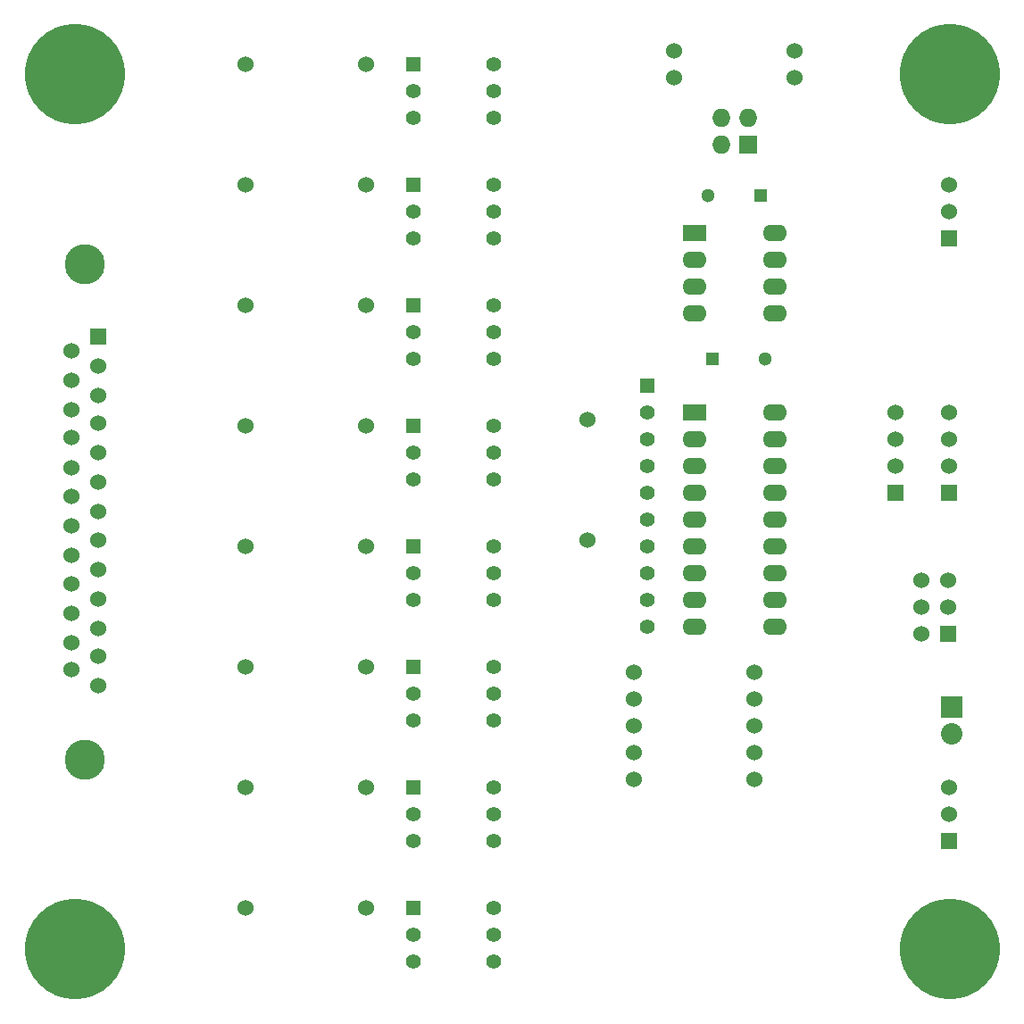
<source format=gbs>
G04 #@! TF.FileFunction,Soldermask,Bot*
%FSLAX46Y46*%
G04 Gerber Fmt 4.6, Leading zero omitted, Abs format (unit mm)*
G04 Created by KiCad (PCBNEW (after 2015-mar-04 BZR unknown)-product) date 6/26/2015 9:15:42 AM*
%MOMM*%
G01*
G04 APERTURE LIST*
%ADD10C,0.150000*%
%ADD11C,1.524000*%
%ADD12R,1.397000X1.397000*%
%ADD13C,1.397000*%
%ADD14R,1.524000X1.524000*%
%ADD15C,9.525000*%
%ADD16R,2.032000X2.032000*%
%ADD17O,2.032000X2.032000*%
%ADD18R,1.727200X1.727200*%
%ADD19O,1.727200X1.727200*%
%ADD20R,1.300000X1.300000*%
%ADD21C,1.300000*%
%ADD22R,2.286000X1.574800*%
%ADD23O,2.286000X1.574800*%
%ADD24C,3.810000*%
G04 APERTURE END LIST*
D10*
D11*
X32225000Y-72230000D03*
X43655000Y-72230000D03*
X32225000Y-95090000D03*
X43655000Y-95090000D03*
X32225000Y-83660000D03*
X43655000Y-83660000D03*
X32225000Y-60800000D03*
X43655000Y-60800000D03*
X32225000Y-49370000D03*
X43655000Y-49370000D03*
X32225000Y-37940000D03*
X43655000Y-37940000D03*
X32225000Y-26510000D03*
X43655000Y-26510000D03*
X32225000Y-15080000D03*
X43655000Y-15080000D03*
D12*
X48100000Y-15080000D03*
D13*
X48100000Y-17620000D03*
X48100000Y-20160000D03*
X55720000Y-20160000D03*
X55720000Y-17620000D03*
X55720000Y-15080000D03*
D12*
X48100000Y-95090000D03*
D13*
X48100000Y-97630000D03*
X48100000Y-100170000D03*
X55720000Y-100170000D03*
X55720000Y-97630000D03*
X55720000Y-95090000D03*
D12*
X48100000Y-83660000D03*
D13*
X48100000Y-86200000D03*
X48100000Y-88740000D03*
X55720000Y-88740000D03*
X55720000Y-86200000D03*
X55720000Y-83660000D03*
D12*
X48100000Y-72230000D03*
D13*
X48100000Y-74770000D03*
X48100000Y-77310000D03*
X55720000Y-77310000D03*
X55720000Y-74770000D03*
X55720000Y-72230000D03*
D12*
X48100000Y-60800000D03*
D13*
X48100000Y-63340000D03*
X48100000Y-65880000D03*
X55720000Y-65880000D03*
X55720000Y-63340000D03*
X55720000Y-60800000D03*
D12*
X48100000Y-49370000D03*
D13*
X48100000Y-51910000D03*
X48100000Y-54450000D03*
X55720000Y-54450000D03*
X55720000Y-51910000D03*
X55720000Y-49370000D03*
D12*
X48100000Y-37940000D03*
D13*
X48100000Y-40480000D03*
X48100000Y-43020000D03*
X55720000Y-43020000D03*
X55720000Y-40480000D03*
X55720000Y-37940000D03*
D12*
X48100000Y-26510000D03*
D13*
X48100000Y-29050000D03*
X48100000Y-31590000D03*
X55720000Y-31590000D03*
X55720000Y-29050000D03*
X55720000Y-26510000D03*
D14*
X98840000Y-69065000D03*
D11*
X96300000Y-69065000D03*
X98840000Y-66525000D03*
X96300000Y-66525000D03*
X98840000Y-63985000D03*
X96300000Y-63985000D03*
D12*
X70325000Y-45560000D03*
D13*
X70325000Y-48100000D03*
X70325000Y-50640000D03*
X70325000Y-53180000D03*
X70325000Y-55720000D03*
X70325000Y-58260000D03*
X70325000Y-60800000D03*
X70325000Y-63340000D03*
X70325000Y-65880000D03*
X70325000Y-68420000D03*
D14*
X93820000Y-55720000D03*
D11*
X93820000Y-53180000D03*
X93820000Y-50640000D03*
X93820000Y-48100000D03*
D15*
X99000000Y-99000000D03*
X99000000Y-16000000D03*
X16000000Y-99000000D03*
X16000000Y-16000000D03*
D14*
X98900000Y-55720000D03*
D11*
X98900000Y-53180000D03*
X98900000Y-50640000D03*
X98900000Y-48100000D03*
D14*
X98900000Y-88740000D03*
D11*
X98900000Y-86200000D03*
X98900000Y-83660000D03*
D14*
X98900000Y-31590000D03*
D11*
X98900000Y-29050000D03*
X98900000Y-26510000D03*
D16*
X99154000Y-76040000D03*
D17*
X99154000Y-78580000D03*
D11*
X69055000Y-75278000D03*
X80485000Y-75278000D03*
X69055000Y-77818000D03*
X80485000Y-77818000D03*
X69055000Y-80358000D03*
X80485000Y-80358000D03*
X64610000Y-48735000D03*
X64610000Y-60165000D03*
X69055000Y-72738000D03*
X80485000Y-72738000D03*
X69055000Y-82898000D03*
X80485000Y-82898000D03*
D18*
X79850000Y-22700000D03*
D19*
X77310000Y-22700000D03*
X79850000Y-20160000D03*
X77310000Y-20160000D03*
D11*
X84295000Y-13810000D03*
X72865000Y-13810000D03*
X84295000Y-16350000D03*
X72865000Y-16350000D03*
D20*
X81060000Y-27536000D03*
D21*
X76060000Y-27536000D03*
D20*
X76488000Y-43030000D03*
D21*
X81488000Y-43030000D03*
D22*
X74770000Y-31082000D03*
D23*
X74770000Y-33622000D03*
X74770000Y-36162000D03*
X74770000Y-38702000D03*
X82390000Y-38702000D03*
X82390000Y-36162000D03*
X82390000Y-33622000D03*
X82390000Y-31082000D03*
D22*
X74770000Y-48100000D03*
D23*
X74770000Y-50640000D03*
X74770000Y-53180000D03*
X74770000Y-55720000D03*
X74770000Y-58260000D03*
X74770000Y-60800000D03*
X74770000Y-63340000D03*
X74770000Y-65880000D03*
X74770000Y-68420000D03*
X82390000Y-68420000D03*
X82390000Y-65880000D03*
X82390000Y-63340000D03*
X82390000Y-60800000D03*
X82390000Y-58260000D03*
X82390000Y-55720000D03*
X82390000Y-53180000D03*
X82390000Y-50640000D03*
X82390000Y-48100000D03*
D24*
X17000000Y-34005000D03*
X17000000Y-80995000D03*
D11*
X18270000Y-74010000D03*
X18270000Y-71216000D03*
X18270000Y-68549000D03*
X18270000Y-65755000D03*
X18270000Y-62961000D03*
X18270000Y-60167000D03*
X18270000Y-57500000D03*
X18270000Y-54706000D03*
X18270000Y-51912000D03*
X18270000Y-49118000D03*
X18270000Y-46451000D03*
X18270000Y-43657000D03*
D14*
X18270000Y-40863000D03*
D11*
X15730000Y-72435200D03*
X15730000Y-69895200D03*
X15730000Y-67101200D03*
X15730000Y-64358000D03*
X15730000Y-61614800D03*
X15730000Y-58820800D03*
X15730000Y-56077600D03*
X15730000Y-53334400D03*
X15730000Y-50489600D03*
X15730000Y-47797200D03*
X15730000Y-45054000D03*
X15730000Y-42260000D03*
M02*

</source>
